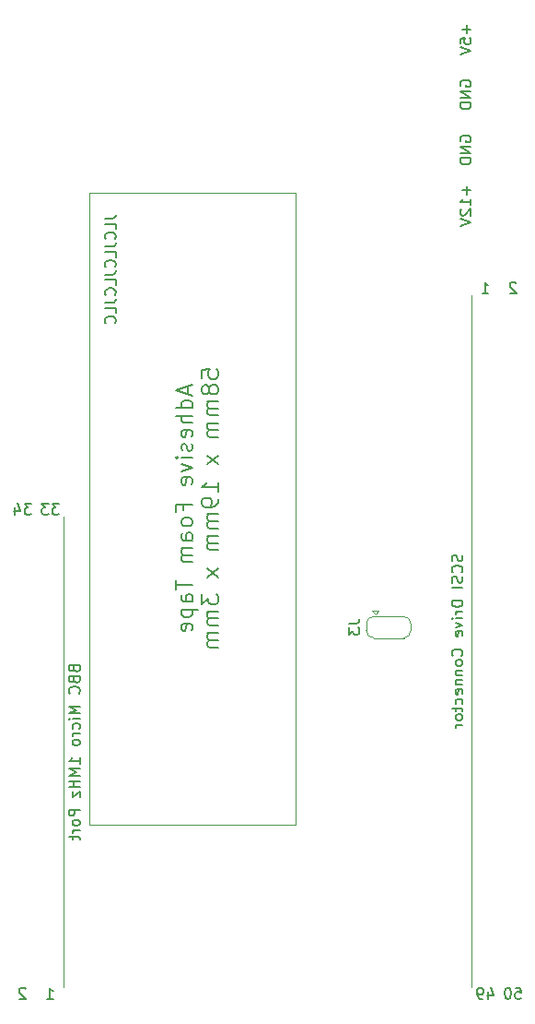
<source format=gbr>
G04 #@! TF.GenerationSoftware,KiCad,Pcbnew,(5.1.5)-3*
G04 #@! TF.CreationDate,2020-11-01T13:08:26+00:00*
G04 #@! TF.ProjectId,SCSIAdaptor,53435349-4164-4617-9074-6f722e6b6963,rev?*
G04 #@! TF.SameCoordinates,Original*
G04 #@! TF.FileFunction,Legend,Bot*
G04 #@! TF.FilePolarity,Positive*
%FSLAX46Y46*%
G04 Gerber Fmt 4.6, Leading zero omitted, Abs format (unit mm)*
G04 Created by KiCad (PCBNEW (5.1.5)-3) date 2020-11-01 13:08:26*
%MOMM*%
%LPD*%
G04 APERTURE LIST*
%ADD10C,0.150000*%
%ADD11C,0.120000*%
G04 APERTURE END LIST*
D10*
X160297761Y-96259047D02*
X160345380Y-96401904D01*
X160345380Y-96640000D01*
X160297761Y-96735238D01*
X160250142Y-96782857D01*
X160154904Y-96830476D01*
X160059666Y-96830476D01*
X159964428Y-96782857D01*
X159916809Y-96735238D01*
X159869190Y-96640000D01*
X159821571Y-96449523D01*
X159773952Y-96354285D01*
X159726333Y-96306666D01*
X159631095Y-96259047D01*
X159535857Y-96259047D01*
X159440619Y-96306666D01*
X159393000Y-96354285D01*
X159345380Y-96449523D01*
X159345380Y-96687619D01*
X159393000Y-96830476D01*
X160250142Y-97830476D02*
X160297761Y-97782857D01*
X160345380Y-97640000D01*
X160345380Y-97544761D01*
X160297761Y-97401904D01*
X160202523Y-97306666D01*
X160107285Y-97259047D01*
X159916809Y-97211428D01*
X159773952Y-97211428D01*
X159583476Y-97259047D01*
X159488238Y-97306666D01*
X159393000Y-97401904D01*
X159345380Y-97544761D01*
X159345380Y-97640000D01*
X159393000Y-97782857D01*
X159440619Y-97830476D01*
X160297761Y-98211428D02*
X160345380Y-98354285D01*
X160345380Y-98592380D01*
X160297761Y-98687619D01*
X160250142Y-98735238D01*
X160154904Y-98782857D01*
X160059666Y-98782857D01*
X159964428Y-98735238D01*
X159916809Y-98687619D01*
X159869190Y-98592380D01*
X159821571Y-98401904D01*
X159773952Y-98306666D01*
X159726333Y-98259047D01*
X159631095Y-98211428D01*
X159535857Y-98211428D01*
X159440619Y-98259047D01*
X159393000Y-98306666D01*
X159345380Y-98401904D01*
X159345380Y-98640000D01*
X159393000Y-98782857D01*
X160345380Y-99211428D02*
X159345380Y-99211428D01*
X160345380Y-100449523D02*
X159345380Y-100449523D01*
X159345380Y-100687619D01*
X159393000Y-100830476D01*
X159488238Y-100925714D01*
X159583476Y-100973333D01*
X159773952Y-101020952D01*
X159916809Y-101020952D01*
X160107285Y-100973333D01*
X160202523Y-100925714D01*
X160297761Y-100830476D01*
X160345380Y-100687619D01*
X160345380Y-100449523D01*
X160345380Y-101449523D02*
X159678714Y-101449523D01*
X159869190Y-101449523D02*
X159773952Y-101497142D01*
X159726333Y-101544761D01*
X159678714Y-101640000D01*
X159678714Y-101735238D01*
X160345380Y-102068571D02*
X159678714Y-102068571D01*
X159345380Y-102068571D02*
X159393000Y-102020952D01*
X159440619Y-102068571D01*
X159393000Y-102116190D01*
X159345380Y-102068571D01*
X159440619Y-102068571D01*
X159678714Y-102449523D02*
X160345380Y-102687619D01*
X159678714Y-102925714D01*
X160297761Y-103687619D02*
X160345380Y-103592380D01*
X160345380Y-103401904D01*
X160297761Y-103306666D01*
X160202523Y-103259047D01*
X159821571Y-103259047D01*
X159726333Y-103306666D01*
X159678714Y-103401904D01*
X159678714Y-103592380D01*
X159726333Y-103687619D01*
X159821571Y-103735238D01*
X159916809Y-103735238D01*
X160012047Y-103259047D01*
X160250142Y-105497142D02*
X160297761Y-105449523D01*
X160345380Y-105306666D01*
X160345380Y-105211428D01*
X160297761Y-105068571D01*
X160202523Y-104973333D01*
X160107285Y-104925714D01*
X159916809Y-104878095D01*
X159773952Y-104878095D01*
X159583476Y-104925714D01*
X159488238Y-104973333D01*
X159393000Y-105068571D01*
X159345380Y-105211428D01*
X159345380Y-105306666D01*
X159393000Y-105449523D01*
X159440619Y-105497142D01*
X160345380Y-106068571D02*
X160297761Y-105973333D01*
X160250142Y-105925714D01*
X160154904Y-105878095D01*
X159869190Y-105878095D01*
X159773952Y-105925714D01*
X159726333Y-105973333D01*
X159678714Y-106068571D01*
X159678714Y-106211428D01*
X159726333Y-106306666D01*
X159773952Y-106354285D01*
X159869190Y-106401904D01*
X160154904Y-106401904D01*
X160250142Y-106354285D01*
X160297761Y-106306666D01*
X160345380Y-106211428D01*
X160345380Y-106068571D01*
X159678714Y-106830476D02*
X160345380Y-106830476D01*
X159773952Y-106830476D02*
X159726333Y-106878095D01*
X159678714Y-106973333D01*
X159678714Y-107116190D01*
X159726333Y-107211428D01*
X159821571Y-107259047D01*
X160345380Y-107259047D01*
X159678714Y-107735238D02*
X160345380Y-107735238D01*
X159773952Y-107735238D02*
X159726333Y-107782857D01*
X159678714Y-107878095D01*
X159678714Y-108020952D01*
X159726333Y-108116190D01*
X159821571Y-108163809D01*
X160345380Y-108163809D01*
X160297761Y-109020952D02*
X160345380Y-108925714D01*
X160345380Y-108735238D01*
X160297761Y-108640000D01*
X160202523Y-108592380D01*
X159821571Y-108592380D01*
X159726333Y-108640000D01*
X159678714Y-108735238D01*
X159678714Y-108925714D01*
X159726333Y-109020952D01*
X159821571Y-109068571D01*
X159916809Y-109068571D01*
X160012047Y-108592380D01*
X160297761Y-109925714D02*
X160345380Y-109830476D01*
X160345380Y-109640000D01*
X160297761Y-109544761D01*
X160250142Y-109497142D01*
X160154904Y-109449523D01*
X159869190Y-109449523D01*
X159773952Y-109497142D01*
X159726333Y-109544761D01*
X159678714Y-109640000D01*
X159678714Y-109830476D01*
X159726333Y-109925714D01*
X159678714Y-110211428D02*
X159678714Y-110592380D01*
X159345380Y-110354285D02*
X160202523Y-110354285D01*
X160297761Y-110401904D01*
X160345380Y-110497142D01*
X160345380Y-110592380D01*
X160345380Y-111068571D02*
X160297761Y-110973333D01*
X160250142Y-110925714D01*
X160154904Y-110878095D01*
X159869190Y-110878095D01*
X159773952Y-110925714D01*
X159726333Y-110973333D01*
X159678714Y-111068571D01*
X159678714Y-111211428D01*
X159726333Y-111306666D01*
X159773952Y-111354285D01*
X159869190Y-111401904D01*
X160154904Y-111401904D01*
X160250142Y-111354285D01*
X160297761Y-111306666D01*
X160345380Y-111211428D01*
X160345380Y-111068571D01*
X160345380Y-111830476D02*
X159678714Y-111830476D01*
X159869190Y-111830476D02*
X159773952Y-111878095D01*
X159726333Y-111925714D01*
X159678714Y-112020952D01*
X159678714Y-112116190D01*
X124620571Y-106704761D02*
X124668190Y-106847619D01*
X124715809Y-106895238D01*
X124811047Y-106942857D01*
X124953904Y-106942857D01*
X125049142Y-106895238D01*
X125096761Y-106847619D01*
X125144380Y-106752380D01*
X125144380Y-106371428D01*
X124144380Y-106371428D01*
X124144380Y-106704761D01*
X124192000Y-106800000D01*
X124239619Y-106847619D01*
X124334857Y-106895238D01*
X124430095Y-106895238D01*
X124525333Y-106847619D01*
X124572952Y-106800000D01*
X124620571Y-106704761D01*
X124620571Y-106371428D01*
X124620571Y-107704761D02*
X124668190Y-107847619D01*
X124715809Y-107895238D01*
X124811047Y-107942857D01*
X124953904Y-107942857D01*
X125049142Y-107895238D01*
X125096761Y-107847619D01*
X125144380Y-107752380D01*
X125144380Y-107371428D01*
X124144380Y-107371428D01*
X124144380Y-107704761D01*
X124192000Y-107800000D01*
X124239619Y-107847619D01*
X124334857Y-107895238D01*
X124430095Y-107895238D01*
X124525333Y-107847619D01*
X124572952Y-107800000D01*
X124620571Y-107704761D01*
X124620571Y-107371428D01*
X125049142Y-108942857D02*
X125096761Y-108895238D01*
X125144380Y-108752380D01*
X125144380Y-108657142D01*
X125096761Y-108514285D01*
X125001523Y-108419047D01*
X124906285Y-108371428D01*
X124715809Y-108323809D01*
X124572952Y-108323809D01*
X124382476Y-108371428D01*
X124287238Y-108419047D01*
X124192000Y-108514285D01*
X124144380Y-108657142D01*
X124144380Y-108752380D01*
X124192000Y-108895238D01*
X124239619Y-108942857D01*
X125144380Y-110133333D02*
X124144380Y-110133333D01*
X124858666Y-110466666D01*
X124144380Y-110800000D01*
X125144380Y-110800000D01*
X125144380Y-111276190D02*
X124477714Y-111276190D01*
X124144380Y-111276190D02*
X124192000Y-111228571D01*
X124239619Y-111276190D01*
X124192000Y-111323809D01*
X124144380Y-111276190D01*
X124239619Y-111276190D01*
X125096761Y-112180952D02*
X125144380Y-112085714D01*
X125144380Y-111895238D01*
X125096761Y-111800000D01*
X125049142Y-111752380D01*
X124953904Y-111704761D01*
X124668190Y-111704761D01*
X124572952Y-111752380D01*
X124525333Y-111800000D01*
X124477714Y-111895238D01*
X124477714Y-112085714D01*
X124525333Y-112180952D01*
X125144380Y-112609523D02*
X124477714Y-112609523D01*
X124668190Y-112609523D02*
X124572952Y-112657142D01*
X124525333Y-112704761D01*
X124477714Y-112800000D01*
X124477714Y-112895238D01*
X125144380Y-113371428D02*
X125096761Y-113276190D01*
X125049142Y-113228571D01*
X124953904Y-113180952D01*
X124668190Y-113180952D01*
X124572952Y-113228571D01*
X124525333Y-113276190D01*
X124477714Y-113371428D01*
X124477714Y-113514285D01*
X124525333Y-113609523D01*
X124572952Y-113657142D01*
X124668190Y-113704761D01*
X124953904Y-113704761D01*
X125049142Y-113657142D01*
X125096761Y-113609523D01*
X125144380Y-113514285D01*
X125144380Y-113371428D01*
X125144380Y-115419047D02*
X125144380Y-114847619D01*
X125144380Y-115133333D02*
X124144380Y-115133333D01*
X124287238Y-115038095D01*
X124382476Y-114942857D01*
X124430095Y-114847619D01*
X125144380Y-115847619D02*
X124144380Y-115847619D01*
X124858666Y-116180952D01*
X124144380Y-116514285D01*
X125144380Y-116514285D01*
X125144380Y-116990476D02*
X124144380Y-116990476D01*
X124620571Y-116990476D02*
X124620571Y-117561904D01*
X125144380Y-117561904D02*
X124144380Y-117561904D01*
X124477714Y-117942857D02*
X124477714Y-118466666D01*
X125144380Y-117942857D01*
X125144380Y-118466666D01*
X125144380Y-119609523D02*
X124144380Y-119609523D01*
X124144380Y-119990476D01*
X124192000Y-120085714D01*
X124239619Y-120133333D01*
X124334857Y-120180952D01*
X124477714Y-120180952D01*
X124572952Y-120133333D01*
X124620571Y-120085714D01*
X124668190Y-119990476D01*
X124668190Y-119609523D01*
X125144380Y-120752380D02*
X125096761Y-120657142D01*
X125049142Y-120609523D01*
X124953904Y-120561904D01*
X124668190Y-120561904D01*
X124572952Y-120609523D01*
X124525333Y-120657142D01*
X124477714Y-120752380D01*
X124477714Y-120895238D01*
X124525333Y-120990476D01*
X124572952Y-121038095D01*
X124668190Y-121085714D01*
X124953904Y-121085714D01*
X125049142Y-121038095D01*
X125096761Y-120990476D01*
X125144380Y-120895238D01*
X125144380Y-120752380D01*
X125144380Y-121514285D02*
X124477714Y-121514285D01*
X124668190Y-121514285D02*
X124572952Y-121561904D01*
X124525333Y-121609523D01*
X124477714Y-121704761D01*
X124477714Y-121800000D01*
X124477714Y-121990476D02*
X124477714Y-122371428D01*
X124144380Y-122133333D02*
X125001523Y-122133333D01*
X125096761Y-122180952D01*
X125144380Y-122276190D01*
X125144380Y-122371428D01*
D11*
X161163000Y-72390000D02*
X161163000Y-135890000D01*
X123676000Y-92710000D02*
X123676000Y-135890000D01*
D10*
X165211095Y-135977380D02*
X165687285Y-135977380D01*
X165734904Y-136453571D01*
X165687285Y-136405952D01*
X165592047Y-136358333D01*
X165353952Y-136358333D01*
X165258714Y-136405952D01*
X165211095Y-136453571D01*
X165163476Y-136548809D01*
X165163476Y-136786904D01*
X165211095Y-136882142D01*
X165258714Y-136929761D01*
X165353952Y-136977380D01*
X165592047Y-136977380D01*
X165687285Y-136929761D01*
X165734904Y-136882142D01*
X164544428Y-135977380D02*
X164449190Y-135977380D01*
X164353952Y-136025000D01*
X164306333Y-136072619D01*
X164258714Y-136167857D01*
X164211095Y-136358333D01*
X164211095Y-136596428D01*
X164258714Y-136786904D01*
X164306333Y-136882142D01*
X164353952Y-136929761D01*
X164449190Y-136977380D01*
X164544428Y-136977380D01*
X164639666Y-136929761D01*
X164687285Y-136882142D01*
X164734904Y-136786904D01*
X164782523Y-136596428D01*
X164782523Y-136358333D01*
X164734904Y-136167857D01*
X164687285Y-136072619D01*
X164639666Y-136025000D01*
X164544428Y-135977380D01*
X162718714Y-136310714D02*
X162718714Y-136977380D01*
X162956809Y-135929761D02*
X163194904Y-136644047D01*
X162575857Y-136644047D01*
X162147285Y-136977380D02*
X161956809Y-136977380D01*
X161861571Y-136929761D01*
X161813952Y-136882142D01*
X161718714Y-136739285D01*
X161671095Y-136548809D01*
X161671095Y-136167857D01*
X161718714Y-136072619D01*
X161766333Y-136025000D01*
X161861571Y-135977380D01*
X162052047Y-135977380D01*
X162147285Y-136025000D01*
X162194904Y-136072619D01*
X162242523Y-136167857D01*
X162242523Y-136405952D01*
X162194904Y-136501190D01*
X162147285Y-136548809D01*
X162052047Y-136596428D01*
X161861571Y-136596428D01*
X161766333Y-136548809D01*
X161718714Y-136501190D01*
X161671095Y-136405952D01*
X165258714Y-71302619D02*
X165211095Y-71255000D01*
X165115857Y-71207380D01*
X164877761Y-71207380D01*
X164782523Y-71255000D01*
X164734904Y-71302619D01*
X164687285Y-71397857D01*
X164687285Y-71493095D01*
X164734904Y-71635952D01*
X165306333Y-72207380D01*
X164687285Y-72207380D01*
X162147285Y-72207380D02*
X162718714Y-72207380D01*
X162433000Y-72207380D02*
X162433000Y-71207380D01*
X162528238Y-71350238D01*
X162623476Y-71445476D01*
X162718714Y-71493095D01*
X120151714Y-136072619D02*
X120104095Y-136025000D01*
X120008857Y-135977380D01*
X119770761Y-135977380D01*
X119675523Y-136025000D01*
X119627904Y-136072619D01*
X119580285Y-136167857D01*
X119580285Y-136263095D01*
X119627904Y-136405952D01*
X120199333Y-136977380D01*
X119580285Y-136977380D01*
X122120285Y-136977380D02*
X122691714Y-136977380D01*
X122406000Y-136977380D02*
X122406000Y-135977380D01*
X122501238Y-136120238D01*
X122596476Y-136215476D01*
X122691714Y-136263095D01*
X120675523Y-91527380D02*
X120056476Y-91527380D01*
X120389809Y-91908333D01*
X120246952Y-91908333D01*
X120151714Y-91955952D01*
X120104095Y-92003571D01*
X120056476Y-92098809D01*
X120056476Y-92336904D01*
X120104095Y-92432142D01*
X120151714Y-92479761D01*
X120246952Y-92527380D01*
X120532666Y-92527380D01*
X120627904Y-92479761D01*
X120675523Y-92432142D01*
X119199333Y-91860714D02*
X119199333Y-92527380D01*
X119437428Y-91479761D02*
X119675523Y-92194047D01*
X119056476Y-92194047D01*
X123215523Y-91527380D02*
X122596476Y-91527380D01*
X122929809Y-91908333D01*
X122786952Y-91908333D01*
X122691714Y-91955952D01*
X122644095Y-92003571D01*
X122596476Y-92098809D01*
X122596476Y-92336904D01*
X122644095Y-92432142D01*
X122691714Y-92479761D01*
X122786952Y-92527380D01*
X123072666Y-92527380D01*
X123167904Y-92479761D01*
X123215523Y-92432142D01*
X122263142Y-91527380D02*
X121644095Y-91527380D01*
X121977428Y-91908333D01*
X121834571Y-91908333D01*
X121739333Y-91955952D01*
X121691714Y-92003571D01*
X121644095Y-92098809D01*
X121644095Y-92336904D01*
X121691714Y-92432142D01*
X121739333Y-92479761D01*
X121834571Y-92527380D01*
X122120285Y-92527380D01*
X122215523Y-92479761D01*
X122263142Y-92432142D01*
X127452380Y-65380952D02*
X128166666Y-65380952D01*
X128309523Y-65333333D01*
X128404761Y-65238095D01*
X128452380Y-65095238D01*
X128452380Y-65000000D01*
X128452380Y-66333333D02*
X128452380Y-65857142D01*
X127452380Y-65857142D01*
X128357142Y-67238095D02*
X128404761Y-67190476D01*
X128452380Y-67047619D01*
X128452380Y-66952380D01*
X128404761Y-66809523D01*
X128309523Y-66714285D01*
X128214285Y-66666666D01*
X128023809Y-66619047D01*
X127880952Y-66619047D01*
X127690476Y-66666666D01*
X127595238Y-66714285D01*
X127500000Y-66809523D01*
X127452380Y-66952380D01*
X127452380Y-67047619D01*
X127500000Y-67190476D01*
X127547619Y-67238095D01*
X127452380Y-67952380D02*
X128166666Y-67952380D01*
X128309523Y-67904761D01*
X128404761Y-67809523D01*
X128452380Y-67666666D01*
X128452380Y-67571428D01*
X128452380Y-68904761D02*
X128452380Y-68428571D01*
X127452380Y-68428571D01*
X128357142Y-69809523D02*
X128404761Y-69761904D01*
X128452380Y-69619047D01*
X128452380Y-69523809D01*
X128404761Y-69380952D01*
X128309523Y-69285714D01*
X128214285Y-69238095D01*
X128023809Y-69190476D01*
X127880952Y-69190476D01*
X127690476Y-69238095D01*
X127595238Y-69285714D01*
X127500000Y-69380952D01*
X127452380Y-69523809D01*
X127452380Y-69619047D01*
X127500000Y-69761904D01*
X127547619Y-69809523D01*
X127452380Y-70523809D02*
X128166666Y-70523809D01*
X128309523Y-70476190D01*
X128404761Y-70380952D01*
X128452380Y-70238095D01*
X128452380Y-70142857D01*
X128452380Y-71476190D02*
X128452380Y-71000000D01*
X127452380Y-71000000D01*
X128357142Y-72380952D02*
X128404761Y-72333333D01*
X128452380Y-72190476D01*
X128452380Y-72095238D01*
X128404761Y-71952380D01*
X128309523Y-71857142D01*
X128214285Y-71809523D01*
X128023809Y-71761904D01*
X127880952Y-71761904D01*
X127690476Y-71809523D01*
X127595238Y-71857142D01*
X127500000Y-71952380D01*
X127452380Y-72095238D01*
X127452380Y-72190476D01*
X127500000Y-72333333D01*
X127547619Y-72380952D01*
X127452380Y-73095238D02*
X128166666Y-73095238D01*
X128309523Y-73047619D01*
X128404761Y-72952380D01*
X128452380Y-72809523D01*
X128452380Y-72714285D01*
X128452380Y-74047619D02*
X128452380Y-73571428D01*
X127452380Y-73571428D01*
X128357142Y-74952380D02*
X128404761Y-74904761D01*
X128452380Y-74761904D01*
X128452380Y-74666666D01*
X128404761Y-74523809D01*
X128309523Y-74428571D01*
X128214285Y-74380952D01*
X128023809Y-74333333D01*
X127880952Y-74333333D01*
X127690476Y-74380952D01*
X127595238Y-74428571D01*
X127500000Y-74523809D01*
X127452380Y-74666666D01*
X127452380Y-74761904D01*
X127500000Y-74904761D01*
X127547619Y-74952380D01*
X160726428Y-47609285D02*
X160726428Y-48371190D01*
X161107380Y-47990238D02*
X160345476Y-47990238D01*
X160107380Y-49323571D02*
X160107380Y-48847380D01*
X160583571Y-48799761D01*
X160535952Y-48847380D01*
X160488333Y-48942619D01*
X160488333Y-49180714D01*
X160535952Y-49275952D01*
X160583571Y-49323571D01*
X160678809Y-49371190D01*
X160916904Y-49371190D01*
X161012142Y-49323571D01*
X161059761Y-49275952D01*
X161107380Y-49180714D01*
X161107380Y-48942619D01*
X161059761Y-48847380D01*
X161012142Y-48799761D01*
X160107380Y-49656904D02*
X161107380Y-49990238D01*
X160107380Y-50323571D01*
X160155000Y-53213095D02*
X160107380Y-53117857D01*
X160107380Y-52975000D01*
X160155000Y-52832142D01*
X160250238Y-52736904D01*
X160345476Y-52689285D01*
X160535952Y-52641666D01*
X160678809Y-52641666D01*
X160869285Y-52689285D01*
X160964523Y-52736904D01*
X161059761Y-52832142D01*
X161107380Y-52975000D01*
X161107380Y-53070238D01*
X161059761Y-53213095D01*
X161012142Y-53260714D01*
X160678809Y-53260714D01*
X160678809Y-53070238D01*
X161107380Y-53689285D02*
X160107380Y-53689285D01*
X161107380Y-54260714D01*
X160107380Y-54260714D01*
X161107380Y-54736904D02*
X160107380Y-54736904D01*
X160107380Y-54975000D01*
X160155000Y-55117857D01*
X160250238Y-55213095D01*
X160345476Y-55260714D01*
X160535952Y-55308333D01*
X160678809Y-55308333D01*
X160869285Y-55260714D01*
X160964523Y-55213095D01*
X161059761Y-55117857D01*
X161107380Y-54975000D01*
X161107380Y-54736904D01*
X160155000Y-58293095D02*
X160107380Y-58197857D01*
X160107380Y-58055000D01*
X160155000Y-57912142D01*
X160250238Y-57816904D01*
X160345476Y-57769285D01*
X160535952Y-57721666D01*
X160678809Y-57721666D01*
X160869285Y-57769285D01*
X160964523Y-57816904D01*
X161059761Y-57912142D01*
X161107380Y-58055000D01*
X161107380Y-58150238D01*
X161059761Y-58293095D01*
X161012142Y-58340714D01*
X160678809Y-58340714D01*
X160678809Y-58150238D01*
X161107380Y-58769285D02*
X160107380Y-58769285D01*
X161107380Y-59340714D01*
X160107380Y-59340714D01*
X161107380Y-59816904D02*
X160107380Y-59816904D01*
X160107380Y-60055000D01*
X160155000Y-60197857D01*
X160250238Y-60293095D01*
X160345476Y-60340714D01*
X160535952Y-60388333D01*
X160678809Y-60388333D01*
X160869285Y-60340714D01*
X160964523Y-60293095D01*
X161059761Y-60197857D01*
X161107380Y-60055000D01*
X161107380Y-59816904D01*
X160726428Y-62373095D02*
X160726428Y-63135000D01*
X161107380Y-62754047D02*
X160345476Y-62754047D01*
X161107380Y-64135000D02*
X161107380Y-63563571D01*
X161107380Y-63849285D02*
X160107380Y-63849285D01*
X160250238Y-63754047D01*
X160345476Y-63658809D01*
X160393095Y-63563571D01*
X160202619Y-64515952D02*
X160155000Y-64563571D01*
X160107380Y-64658809D01*
X160107380Y-64896904D01*
X160155000Y-64992142D01*
X160202619Y-65039761D01*
X160297857Y-65087380D01*
X160393095Y-65087380D01*
X160535952Y-65039761D01*
X161107380Y-64468333D01*
X161107380Y-65087380D01*
X160107380Y-65373095D02*
X161107380Y-65706428D01*
X160107380Y-66039761D01*
D11*
X145000000Y-121000000D02*
X126000000Y-121000000D01*
X126000000Y-63000000D02*
X145000000Y-63000000D01*
D10*
X135050000Y-80750000D02*
X135050000Y-81464285D01*
X135478571Y-80607142D02*
X133978571Y-81107142D01*
X135478571Y-81607142D01*
X135478571Y-82750000D02*
X133978571Y-82750000D01*
X135407142Y-82750000D02*
X135478571Y-82607142D01*
X135478571Y-82321428D01*
X135407142Y-82178571D01*
X135335714Y-82107142D01*
X135192857Y-82035714D01*
X134764285Y-82035714D01*
X134621428Y-82107142D01*
X134550000Y-82178571D01*
X134478571Y-82321428D01*
X134478571Y-82607142D01*
X134550000Y-82750000D01*
X135478571Y-83464285D02*
X133978571Y-83464285D01*
X135478571Y-84107142D02*
X134692857Y-84107142D01*
X134550000Y-84035714D01*
X134478571Y-83892857D01*
X134478571Y-83678571D01*
X134550000Y-83535714D01*
X134621428Y-83464285D01*
X135407142Y-85392857D02*
X135478571Y-85250000D01*
X135478571Y-84964285D01*
X135407142Y-84821428D01*
X135264285Y-84750000D01*
X134692857Y-84750000D01*
X134550000Y-84821428D01*
X134478571Y-84964285D01*
X134478571Y-85250000D01*
X134550000Y-85392857D01*
X134692857Y-85464285D01*
X134835714Y-85464285D01*
X134978571Y-84750000D01*
X135407142Y-86035714D02*
X135478571Y-86178571D01*
X135478571Y-86464285D01*
X135407142Y-86607142D01*
X135264285Y-86678571D01*
X135192857Y-86678571D01*
X135050000Y-86607142D01*
X134978571Y-86464285D01*
X134978571Y-86250000D01*
X134907142Y-86107142D01*
X134764285Y-86035714D01*
X134692857Y-86035714D01*
X134550000Y-86107142D01*
X134478571Y-86250000D01*
X134478571Y-86464285D01*
X134550000Y-86607142D01*
X135478571Y-87321428D02*
X134478571Y-87321428D01*
X133978571Y-87321428D02*
X134050000Y-87250000D01*
X134121428Y-87321428D01*
X134050000Y-87392857D01*
X133978571Y-87321428D01*
X134121428Y-87321428D01*
X134478571Y-87892857D02*
X135478571Y-88250000D01*
X134478571Y-88607142D01*
X135407142Y-89750000D02*
X135478571Y-89607142D01*
X135478571Y-89321428D01*
X135407142Y-89178571D01*
X135264285Y-89107142D01*
X134692857Y-89107142D01*
X134550000Y-89178571D01*
X134478571Y-89321428D01*
X134478571Y-89607142D01*
X134550000Y-89750000D01*
X134692857Y-89821428D01*
X134835714Y-89821428D01*
X134978571Y-89107142D01*
X134692857Y-92107142D02*
X134692857Y-91607142D01*
X135478571Y-91607142D02*
X133978571Y-91607142D01*
X133978571Y-92321428D01*
X135478571Y-93107142D02*
X135407142Y-92964285D01*
X135335714Y-92892857D01*
X135192857Y-92821428D01*
X134764285Y-92821428D01*
X134621428Y-92892857D01*
X134550000Y-92964285D01*
X134478571Y-93107142D01*
X134478571Y-93321428D01*
X134550000Y-93464285D01*
X134621428Y-93535714D01*
X134764285Y-93607142D01*
X135192857Y-93607142D01*
X135335714Y-93535714D01*
X135407142Y-93464285D01*
X135478571Y-93321428D01*
X135478571Y-93107142D01*
X135478571Y-94892857D02*
X134692857Y-94892857D01*
X134550000Y-94821428D01*
X134478571Y-94678571D01*
X134478571Y-94392857D01*
X134550000Y-94250000D01*
X135407142Y-94892857D02*
X135478571Y-94750000D01*
X135478571Y-94392857D01*
X135407142Y-94250000D01*
X135264285Y-94178571D01*
X135121428Y-94178571D01*
X134978571Y-94250000D01*
X134907142Y-94392857D01*
X134907142Y-94750000D01*
X134835714Y-94892857D01*
X135478571Y-95607142D02*
X134478571Y-95607142D01*
X134621428Y-95607142D02*
X134550000Y-95678571D01*
X134478571Y-95821428D01*
X134478571Y-96035714D01*
X134550000Y-96178571D01*
X134692857Y-96250000D01*
X135478571Y-96250000D01*
X134692857Y-96250000D02*
X134550000Y-96321428D01*
X134478571Y-96464285D01*
X134478571Y-96678571D01*
X134550000Y-96821428D01*
X134692857Y-96892857D01*
X135478571Y-96892857D01*
X133978571Y-98535714D02*
X133978571Y-99392857D01*
X135478571Y-98964285D02*
X133978571Y-98964285D01*
X135478571Y-100535714D02*
X134692857Y-100535714D01*
X134550000Y-100464285D01*
X134478571Y-100321428D01*
X134478571Y-100035714D01*
X134550000Y-99892857D01*
X135407142Y-100535714D02*
X135478571Y-100392857D01*
X135478571Y-100035714D01*
X135407142Y-99892857D01*
X135264285Y-99821428D01*
X135121428Y-99821428D01*
X134978571Y-99892857D01*
X134907142Y-100035714D01*
X134907142Y-100392857D01*
X134835714Y-100535714D01*
X134478571Y-101250000D02*
X135978571Y-101250000D01*
X134550000Y-101250000D02*
X134478571Y-101392857D01*
X134478571Y-101678571D01*
X134550000Y-101821428D01*
X134621428Y-101892857D01*
X134764285Y-101964285D01*
X135192857Y-101964285D01*
X135335714Y-101892857D01*
X135407142Y-101821428D01*
X135478571Y-101678571D01*
X135478571Y-101392857D01*
X135407142Y-101250000D01*
X135407142Y-103178571D02*
X135478571Y-103035714D01*
X135478571Y-102750000D01*
X135407142Y-102607142D01*
X135264285Y-102535714D01*
X134692857Y-102535714D01*
X134550000Y-102607142D01*
X134478571Y-102750000D01*
X134478571Y-103035714D01*
X134550000Y-103178571D01*
X134692857Y-103250000D01*
X134835714Y-103250000D01*
X134978571Y-102535714D01*
X136378571Y-80000000D02*
X136378571Y-79285714D01*
X137092857Y-79214285D01*
X137021428Y-79285714D01*
X136950000Y-79428571D01*
X136950000Y-79785714D01*
X137021428Y-79928571D01*
X137092857Y-80000000D01*
X137235714Y-80071428D01*
X137592857Y-80071428D01*
X137735714Y-80000000D01*
X137807142Y-79928571D01*
X137878571Y-79785714D01*
X137878571Y-79428571D01*
X137807142Y-79285714D01*
X137735714Y-79214285D01*
X137021428Y-80928571D02*
X136950000Y-80785714D01*
X136878571Y-80714285D01*
X136735714Y-80642857D01*
X136664285Y-80642857D01*
X136521428Y-80714285D01*
X136450000Y-80785714D01*
X136378571Y-80928571D01*
X136378571Y-81214285D01*
X136450000Y-81357142D01*
X136521428Y-81428571D01*
X136664285Y-81500000D01*
X136735714Y-81500000D01*
X136878571Y-81428571D01*
X136950000Y-81357142D01*
X137021428Y-81214285D01*
X137021428Y-80928571D01*
X137092857Y-80785714D01*
X137164285Y-80714285D01*
X137307142Y-80642857D01*
X137592857Y-80642857D01*
X137735714Y-80714285D01*
X137807142Y-80785714D01*
X137878571Y-80928571D01*
X137878571Y-81214285D01*
X137807142Y-81357142D01*
X137735714Y-81428571D01*
X137592857Y-81500000D01*
X137307142Y-81500000D01*
X137164285Y-81428571D01*
X137092857Y-81357142D01*
X137021428Y-81214285D01*
X137878571Y-82142857D02*
X136878571Y-82142857D01*
X137021428Y-82142857D02*
X136950000Y-82214285D01*
X136878571Y-82357142D01*
X136878571Y-82571428D01*
X136950000Y-82714285D01*
X137092857Y-82785714D01*
X137878571Y-82785714D01*
X137092857Y-82785714D02*
X136950000Y-82857142D01*
X136878571Y-83000000D01*
X136878571Y-83214285D01*
X136950000Y-83357142D01*
X137092857Y-83428571D01*
X137878571Y-83428571D01*
X137878571Y-84142857D02*
X136878571Y-84142857D01*
X137021428Y-84142857D02*
X136950000Y-84214285D01*
X136878571Y-84357142D01*
X136878571Y-84571428D01*
X136950000Y-84714285D01*
X137092857Y-84785714D01*
X137878571Y-84785714D01*
X137092857Y-84785714D02*
X136950000Y-84857142D01*
X136878571Y-85000000D01*
X136878571Y-85214285D01*
X136950000Y-85357142D01*
X137092857Y-85428571D01*
X137878571Y-85428571D01*
X137878571Y-87142857D02*
X136878571Y-87928571D01*
X136878571Y-87142857D02*
X137878571Y-87928571D01*
X137878571Y-90428571D02*
X137878571Y-89571428D01*
X137878571Y-90000000D02*
X136378571Y-90000000D01*
X136592857Y-89857142D01*
X136735714Y-89714285D01*
X136807142Y-89571428D01*
X137878571Y-91142857D02*
X137878571Y-91428571D01*
X137807142Y-91571428D01*
X137735714Y-91642857D01*
X137521428Y-91785714D01*
X137235714Y-91857142D01*
X136664285Y-91857142D01*
X136521428Y-91785714D01*
X136450000Y-91714285D01*
X136378571Y-91571428D01*
X136378571Y-91285714D01*
X136450000Y-91142857D01*
X136521428Y-91071428D01*
X136664285Y-91000000D01*
X137021428Y-91000000D01*
X137164285Y-91071428D01*
X137235714Y-91142857D01*
X137307142Y-91285714D01*
X137307142Y-91571428D01*
X137235714Y-91714285D01*
X137164285Y-91785714D01*
X137021428Y-91857142D01*
X137878571Y-92500000D02*
X136878571Y-92500000D01*
X137021428Y-92500000D02*
X136950000Y-92571428D01*
X136878571Y-92714285D01*
X136878571Y-92928571D01*
X136950000Y-93071428D01*
X137092857Y-93142857D01*
X137878571Y-93142857D01*
X137092857Y-93142857D02*
X136950000Y-93214285D01*
X136878571Y-93357142D01*
X136878571Y-93571428D01*
X136950000Y-93714285D01*
X137092857Y-93785714D01*
X137878571Y-93785714D01*
X137878571Y-94500000D02*
X136878571Y-94500000D01*
X137021428Y-94500000D02*
X136950000Y-94571428D01*
X136878571Y-94714285D01*
X136878571Y-94928571D01*
X136950000Y-95071428D01*
X137092857Y-95142857D01*
X137878571Y-95142857D01*
X137092857Y-95142857D02*
X136950000Y-95214285D01*
X136878571Y-95357142D01*
X136878571Y-95571428D01*
X136950000Y-95714285D01*
X137092857Y-95785714D01*
X137878571Y-95785714D01*
X137878571Y-97500000D02*
X136878571Y-98285714D01*
X136878571Y-97500000D02*
X137878571Y-98285714D01*
X136378571Y-99857142D02*
X136378571Y-100785714D01*
X136950000Y-100285714D01*
X136950000Y-100500000D01*
X137021428Y-100642857D01*
X137092857Y-100714285D01*
X137235714Y-100785714D01*
X137592857Y-100785714D01*
X137735714Y-100714285D01*
X137807142Y-100642857D01*
X137878571Y-100500000D01*
X137878571Y-100071428D01*
X137807142Y-99928571D01*
X137735714Y-99857142D01*
X137878571Y-101428571D02*
X136878571Y-101428571D01*
X137021428Y-101428571D02*
X136950000Y-101500000D01*
X136878571Y-101642857D01*
X136878571Y-101857142D01*
X136950000Y-102000000D01*
X137092857Y-102071428D01*
X137878571Y-102071428D01*
X137092857Y-102071428D02*
X136950000Y-102142857D01*
X136878571Y-102285714D01*
X136878571Y-102500000D01*
X136950000Y-102642857D01*
X137092857Y-102714285D01*
X137878571Y-102714285D01*
X137878571Y-103428571D02*
X136878571Y-103428571D01*
X137021428Y-103428571D02*
X136950000Y-103500000D01*
X136878571Y-103642857D01*
X136878571Y-103857142D01*
X136950000Y-104000000D01*
X137092857Y-104071428D01*
X137878571Y-104071428D01*
X137092857Y-104071428D02*
X136950000Y-104142857D01*
X136878571Y-104285714D01*
X136878571Y-104500000D01*
X136950000Y-104642857D01*
X137092857Y-104714285D01*
X137878571Y-104714285D01*
D11*
X126000000Y-121000000D02*
X126000000Y-63000000D01*
X145000000Y-63000000D02*
X145000000Y-121000000D01*
X151493000Y-103170000D02*
G75*
G03X152193000Y-103870000I700000J0D01*
G01*
X152193000Y-101870000D02*
G75*
G03X151493000Y-102570000I0J-700000D01*
G01*
X155593000Y-102570000D02*
G75*
G03X154893000Y-101870000I-700000J0D01*
G01*
X154893000Y-103870000D02*
G75*
G03X155593000Y-103170000I0J700000D01*
G01*
X152143000Y-103870000D02*
X154943000Y-103870000D01*
X155593000Y-103170000D02*
X155593000Y-102570000D01*
X154943000Y-101870000D02*
X152143000Y-101870000D01*
X151493000Y-102570000D02*
X151493000Y-103170000D01*
X152343000Y-101670000D02*
X152043000Y-101370000D01*
X152043000Y-101370000D02*
X152643000Y-101370000D01*
X152343000Y-101670000D02*
X152643000Y-101370000D01*
D10*
X149871180Y-102536666D02*
X150585466Y-102536666D01*
X150728323Y-102489047D01*
X150823561Y-102393809D01*
X150871180Y-102250952D01*
X150871180Y-102155714D01*
X149871180Y-102917619D02*
X149871180Y-103536666D01*
X150252133Y-103203333D01*
X150252133Y-103346190D01*
X150299752Y-103441428D01*
X150347371Y-103489047D01*
X150442609Y-103536666D01*
X150680704Y-103536666D01*
X150775942Y-103489047D01*
X150823561Y-103441428D01*
X150871180Y-103346190D01*
X150871180Y-103060476D01*
X150823561Y-102965238D01*
X150775942Y-102917619D01*
M02*

</source>
